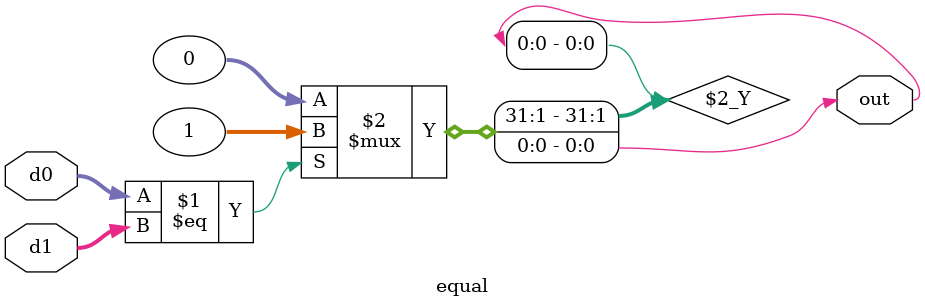
<source format=v>
module equal(d0, d1, 
             out);

input [31:0] d0, d1;
output out;

assign out = (d0 == d1) ? 1 : 0 ;

endmodule
</source>
